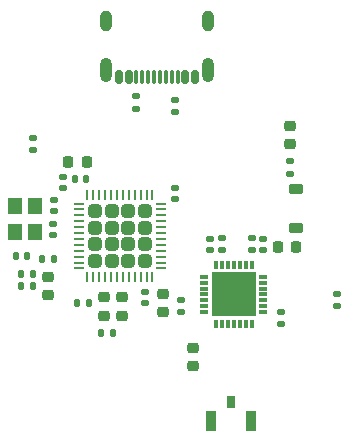
<source format=gbr>
%TF.GenerationSoftware,KiCad,Pcbnew,8.0.2*%
%TF.CreationDate,2024-07-19T14:35:33-04:00*%
%TF.ProjectId,StepperMotorDriver,53746570-7065-4724-9d6f-746f72447269,rev?*%
%TF.SameCoordinates,Original*%
%TF.FileFunction,Paste,Top*%
%TF.FilePolarity,Positive*%
%FSLAX46Y46*%
G04 Gerber Fmt 4.6, Leading zero omitted, Abs format (unit mm)*
G04 Created by KiCad (PCBNEW 8.0.2) date 2024-07-19 14:35:33*
%MOMM*%
%LPD*%
G01*
G04 APERTURE LIST*
G04 Aperture macros list*
%AMRoundRect*
0 Rectangle with rounded corners*
0 $1 Rounding radius*
0 $2 $3 $4 $5 $6 $7 $8 $9 X,Y pos of 4 corners*
0 Add a 4 corners polygon primitive as box body*
4,1,4,$2,$3,$4,$5,$6,$7,$8,$9,$2,$3,0*
0 Add four circle primitives for the rounded corners*
1,1,$1+$1,$2,$3*
1,1,$1+$1,$4,$5*
1,1,$1+$1,$6,$7*
1,1,$1+$1,$8,$9*
0 Add four rect primitives between the rounded corners*
20,1,$1+$1,$2,$3,$4,$5,0*
20,1,$1+$1,$4,$5,$6,$7,0*
20,1,$1+$1,$6,$7,$8,$9,0*
20,1,$1+$1,$8,$9,$2,$3,0*%
G04 Aperture macros list end*
%ADD10R,1.200000X1.400000*%
%ADD11RoundRect,0.225000X-0.250000X0.225000X-0.250000X-0.225000X0.250000X-0.225000X0.250000X0.225000X0*%
%ADD12RoundRect,0.135000X-0.185000X0.135000X-0.185000X-0.135000X0.185000X-0.135000X0.185000X0.135000X0*%
%ADD13RoundRect,0.135000X-0.135000X-0.185000X0.135000X-0.185000X0.135000X0.185000X-0.135000X0.185000X0*%
%ADD14RoundRect,0.140000X0.140000X0.170000X-0.140000X0.170000X-0.140000X-0.170000X0.140000X-0.170000X0*%
%ADD15RoundRect,0.135000X0.135000X0.185000X-0.135000X0.185000X-0.135000X-0.185000X0.135000X-0.185000X0*%
%ADD16RoundRect,0.225000X0.375000X-0.225000X0.375000X0.225000X-0.375000X0.225000X-0.375000X-0.225000X0*%
%ADD17RoundRect,0.140000X-0.170000X0.140000X-0.170000X-0.140000X0.170000X-0.140000X0.170000X0.140000X0*%
%ADD18RoundRect,0.135000X0.185000X-0.135000X0.185000X0.135000X-0.185000X0.135000X-0.185000X-0.135000X0*%
%ADD19RoundRect,0.140000X0.170000X-0.140000X0.170000X0.140000X-0.170000X0.140000X-0.170000X-0.140000X0*%
%ADD20R,0.900000X1.700000*%
%ADD21R,0.800000X1.100000*%
%ADD22RoundRect,0.225000X-0.225000X-0.250000X0.225000X-0.250000X0.225000X0.250000X-0.225000X0.250000X0*%
%ADD23RoundRect,0.218750X-0.256250X0.218750X-0.256250X-0.218750X0.256250X-0.218750X0.256250X0.218750X0*%
%ADD24RoundRect,0.140000X-0.140000X-0.170000X0.140000X-0.170000X0.140000X0.170000X-0.140000X0.170000X0*%
%ADD25RoundRect,0.218750X0.256250X-0.218750X0.256250X0.218750X-0.256250X0.218750X-0.256250X-0.218750X0*%
%ADD26RoundRect,0.225000X0.250000X-0.225000X0.250000X0.225000X-0.250000X0.225000X-0.250000X-0.225000X0*%
%ADD27RoundRect,0.150000X0.150000X0.425000X-0.150000X0.425000X-0.150000X-0.425000X0.150000X-0.425000X0*%
%ADD28RoundRect,0.075000X0.075000X0.500000X-0.075000X0.500000X-0.075000X-0.500000X0.075000X-0.500000X0*%
%ADD29O,1.000000X2.100000*%
%ADD30O,1.000000X1.800000*%
%ADD31R,0.800000X0.300000*%
%ADD32R,0.300000X0.800000*%
%ADD33R,3.800000X3.800000*%
%ADD34RoundRect,0.250000X-0.315000X-0.315000X0.315000X-0.315000X0.315000X0.315000X-0.315000X0.315000X0*%
%ADD35RoundRect,0.062500X-0.375000X-0.062500X0.375000X-0.062500X0.375000X0.062500X-0.375000X0.062500X0*%
%ADD36RoundRect,0.062500X-0.062500X-0.375000X0.062500X-0.375000X0.062500X0.375000X-0.062500X0.375000X0*%
G04 APERTURE END LIST*
D10*
%TO.C,Y2*%
X122000000Y-101510000D03*
X122000000Y-103710000D03*
X123700000Y-103710000D03*
X123700000Y-101510000D03*
%TD*%
D11*
%TO.C,C2*%
X131000000Y-109250000D03*
X131000000Y-110800000D03*
%TD*%
D12*
%TO.C,R6*%
X142000000Y-104240000D03*
X142000000Y-105260000D03*
%TD*%
D13*
%TO.C,R10*%
X129240000Y-112250000D03*
X130260000Y-112250000D03*
%TD*%
D14*
%TO.C,C19*%
X123460000Y-108250000D03*
X122500000Y-108250000D03*
%TD*%
D15*
%TO.C,R4*%
X128260000Y-109750000D03*
X127240000Y-109750000D03*
%TD*%
D16*
%TO.C,D2*%
X145750000Y-103400000D03*
X145750000Y-100100000D03*
%TD*%
D17*
%TO.C,C5*%
X144500000Y-110520000D03*
X144500000Y-111480000D03*
%TD*%
D18*
%TO.C,R1*%
X123500000Y-96760000D03*
X123500000Y-95740000D03*
%TD*%
D17*
%TO.C,C13*%
X135500000Y-100000000D03*
X135500000Y-100960000D03*
%TD*%
D19*
%TO.C,C12*%
X126000000Y-100000000D03*
X126000000Y-99040000D03*
%TD*%
D20*
%TO.C,SW1*%
X141950000Y-119750000D03*
X138550000Y-119750000D03*
D21*
X140250000Y-118110000D03*
%TD*%
D12*
%TO.C,R9*%
X145250000Y-97740000D03*
X145250000Y-98760000D03*
%TD*%
D11*
%TO.C,C10*%
X134500000Y-108975000D03*
X134500000Y-110525000D03*
%TD*%
D22*
%TO.C,C8*%
X144225000Y-105000000D03*
X145775000Y-105000000D03*
%TD*%
D23*
%TO.C,FB3*%
X124750000Y-107500000D03*
X124750000Y-109075000D03*
%TD*%
D19*
%TO.C,C7*%
X138500000Y-105250000D03*
X138500000Y-104290000D03*
%TD*%
D17*
%TO.C,C6*%
X136000000Y-109500000D03*
X136000000Y-110460000D03*
%TD*%
D12*
%TO.C,R7*%
X135500000Y-92500000D03*
X135500000Y-93520000D03*
%TD*%
%TO.C,R5*%
X139500000Y-104240000D03*
X139500000Y-105260000D03*
%TD*%
D17*
%TO.C,C3*%
X125250000Y-101000000D03*
X125250000Y-101960000D03*
%TD*%
D14*
%TO.C,C18*%
X123460000Y-107250000D03*
X122500000Y-107250000D03*
%TD*%
D18*
%TO.C,R11*%
X149250000Y-110010000D03*
X149250000Y-108990000D03*
%TD*%
D12*
%TO.C,R8*%
X132250000Y-92240000D03*
X132250000Y-93260000D03*
%TD*%
D24*
%TO.C,C20*%
X122020000Y-105750000D03*
X122980000Y-105750000D03*
%TD*%
D14*
%TO.C,C17*%
X125230000Y-106000000D03*
X124270000Y-106000000D03*
%TD*%
D22*
%TO.C,C15*%
X126475000Y-97750000D03*
X128025000Y-97750000D03*
%TD*%
D19*
%TO.C,C9*%
X143000000Y-105230000D03*
X143000000Y-104270000D03*
%TD*%
%TO.C,C14*%
X133000000Y-109730000D03*
X133000000Y-108770000D03*
%TD*%
D25*
%TO.C,D3*%
X145250000Y-96287500D03*
X145250000Y-94712500D03*
%TD*%
D19*
%TO.C,C4*%
X125200000Y-103960000D03*
X125200000Y-103000000D03*
%TD*%
D26*
%TO.C,C11*%
X137000000Y-115050000D03*
X137000000Y-113500000D03*
%TD*%
D24*
%TO.C,C16*%
X127020000Y-99250000D03*
X127980000Y-99250000D03*
%TD*%
D27*
%TO.C,J5*%
X137200000Y-90575000D03*
X136400000Y-90575000D03*
D28*
X135250000Y-90575000D03*
X134250000Y-90575000D03*
X133750000Y-90575000D03*
X132750000Y-90575000D03*
D27*
X131600000Y-90575000D03*
X130800000Y-90575000D03*
X130800000Y-90575000D03*
X131600000Y-90575000D03*
D28*
X132250000Y-90575000D03*
X133250000Y-90575000D03*
X134750000Y-90575000D03*
X135750000Y-90575000D03*
D27*
X136400000Y-90575000D03*
X137200000Y-90575000D03*
D29*
X138320000Y-90000000D03*
D30*
X138320000Y-85820000D03*
D29*
X129680000Y-90000000D03*
D30*
X129680000Y-85820000D03*
%TD*%
D25*
%TO.C,D4*%
X129500000Y-110825000D03*
X129500000Y-109250000D03*
%TD*%
D31*
%TO.C,IC2*%
X138000000Y-107500000D03*
X138000000Y-108000000D03*
X138000000Y-108500000D03*
X138000000Y-109000000D03*
X138000000Y-109500000D03*
X138000000Y-110000000D03*
X138000000Y-110500000D03*
D32*
X139000000Y-111500000D03*
X139500000Y-111500000D03*
X140000000Y-111500000D03*
X140500000Y-111500000D03*
X141000000Y-111500000D03*
X141500000Y-111500000D03*
X142000000Y-111500000D03*
D31*
X143000000Y-110500000D03*
X143000000Y-110000000D03*
X143000000Y-109500000D03*
X143000000Y-109000000D03*
X143000000Y-108500000D03*
X143000000Y-108000000D03*
X143000000Y-107500000D03*
D32*
X142000000Y-106500000D03*
X141500000Y-106500000D03*
X141000000Y-106500000D03*
X140500000Y-106500000D03*
X140000000Y-106500000D03*
X139500000Y-106500000D03*
X139000000Y-106500000D03*
D33*
X140500000Y-109000000D03*
%TD*%
D34*
%TO.C,U3*%
X128750000Y-101950000D03*
X128750000Y-103350000D03*
X128750000Y-104750000D03*
X128750000Y-106150000D03*
X130150000Y-101950000D03*
X130150000Y-103350000D03*
X130150000Y-104750000D03*
X130150000Y-106150000D03*
X131550000Y-101950000D03*
X131550000Y-103350000D03*
X131550000Y-104750000D03*
X131550000Y-106150000D03*
X132950000Y-101950000D03*
X132950000Y-103350000D03*
X132950000Y-104750000D03*
X132950000Y-106150000D03*
D35*
X127412500Y-101300000D03*
X127412500Y-101800000D03*
X127412500Y-102300000D03*
X127412500Y-102800000D03*
X127412500Y-103300000D03*
X127412500Y-103800000D03*
X127412500Y-104300000D03*
X127412500Y-104800000D03*
X127412500Y-105300000D03*
X127412500Y-105800000D03*
X127412500Y-106300000D03*
X127412500Y-106800000D03*
D36*
X128100000Y-107487500D03*
X128600000Y-107487500D03*
X129100000Y-107487500D03*
X129600000Y-107487500D03*
X130100000Y-107487500D03*
X130600000Y-107487500D03*
X131100000Y-107487500D03*
X131600000Y-107487500D03*
X132100000Y-107487500D03*
X132600000Y-107487500D03*
X133100000Y-107487500D03*
X133600000Y-107487500D03*
D35*
X134287500Y-106800000D03*
X134287500Y-106300000D03*
X134287500Y-105800000D03*
X134287500Y-105300000D03*
X134287500Y-104800000D03*
X134287500Y-104300000D03*
X134287500Y-103800000D03*
X134287500Y-103300000D03*
X134287500Y-102800000D03*
X134287500Y-102300000D03*
X134287500Y-101800000D03*
X134287500Y-101300000D03*
D36*
X133600000Y-100612500D03*
X133100000Y-100612500D03*
X132600000Y-100612500D03*
X132100000Y-100612500D03*
X131600000Y-100612500D03*
X131100000Y-100612500D03*
X130600000Y-100612500D03*
X130100000Y-100612500D03*
X129600000Y-100612500D03*
X129100000Y-100612500D03*
X128600000Y-100612500D03*
X128100000Y-100612500D03*
%TD*%
M02*

</source>
